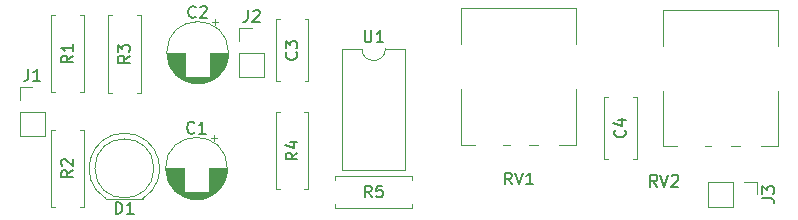
<source format=gbr>
%TF.GenerationSoftware,KiCad,Pcbnew,8.0.3*%
%TF.CreationDate,2024-07-24T13:51:14+03:00*%
%TF.ProjectId,TPA-1,5450412d-312e-46b6-9963-61645f706362,rev?*%
%TF.SameCoordinates,Original*%
%TF.FileFunction,Legend,Top*%
%TF.FilePolarity,Positive*%
%FSLAX46Y46*%
G04 Gerber Fmt 4.6, Leading zero omitted, Abs format (unit mm)*
G04 Created by KiCad (PCBNEW 8.0.3) date 2024-07-24 13:51:14*
%MOMM*%
%LPD*%
G01*
G04 APERTURE LIST*
%ADD10C,0.150000*%
%ADD11C,0.120000*%
G04 APERTURE END LIST*
D10*
X127914819Y-124033333D02*
X128629104Y-124033333D01*
X128629104Y-124033333D02*
X128771961Y-124080952D01*
X128771961Y-124080952D02*
X128867200Y-124176190D01*
X128867200Y-124176190D02*
X128914819Y-124319047D01*
X128914819Y-124319047D02*
X128914819Y-124414285D01*
X127914819Y-123652380D02*
X127914819Y-123033333D01*
X127914819Y-123033333D02*
X128295771Y-123366666D01*
X128295771Y-123366666D02*
X128295771Y-123223809D01*
X128295771Y-123223809D02*
X128343390Y-123128571D01*
X128343390Y-123128571D02*
X128391009Y-123080952D01*
X128391009Y-123080952D02*
X128486247Y-123033333D01*
X128486247Y-123033333D02*
X128724342Y-123033333D01*
X128724342Y-123033333D02*
X128819580Y-123080952D01*
X128819580Y-123080952D02*
X128867200Y-123128571D01*
X128867200Y-123128571D02*
X128914819Y-123223809D01*
X128914819Y-123223809D02*
X128914819Y-123509523D01*
X128914819Y-123509523D02*
X128867200Y-123604761D01*
X128867200Y-123604761D02*
X128819580Y-123652380D01*
X79933333Y-108659580D02*
X79885714Y-108707200D01*
X79885714Y-108707200D02*
X79742857Y-108754819D01*
X79742857Y-108754819D02*
X79647619Y-108754819D01*
X79647619Y-108754819D02*
X79504762Y-108707200D01*
X79504762Y-108707200D02*
X79409524Y-108611961D01*
X79409524Y-108611961D02*
X79361905Y-108516723D01*
X79361905Y-108516723D02*
X79314286Y-108326247D01*
X79314286Y-108326247D02*
X79314286Y-108183390D01*
X79314286Y-108183390D02*
X79361905Y-107992914D01*
X79361905Y-107992914D02*
X79409524Y-107897676D01*
X79409524Y-107897676D02*
X79504762Y-107802438D01*
X79504762Y-107802438D02*
X79647619Y-107754819D01*
X79647619Y-107754819D02*
X79742857Y-107754819D01*
X79742857Y-107754819D02*
X79885714Y-107802438D01*
X79885714Y-107802438D02*
X79933333Y-107850057D01*
X80314286Y-107850057D02*
X80361905Y-107802438D01*
X80361905Y-107802438D02*
X80457143Y-107754819D01*
X80457143Y-107754819D02*
X80695238Y-107754819D01*
X80695238Y-107754819D02*
X80790476Y-107802438D01*
X80790476Y-107802438D02*
X80838095Y-107850057D01*
X80838095Y-107850057D02*
X80885714Y-107945295D01*
X80885714Y-107945295D02*
X80885714Y-108040533D01*
X80885714Y-108040533D02*
X80838095Y-108183390D01*
X80838095Y-108183390D02*
X80266667Y-108754819D01*
X80266667Y-108754819D02*
X80885714Y-108754819D01*
X106704761Y-122854819D02*
X106371428Y-122378628D01*
X106133333Y-122854819D02*
X106133333Y-121854819D01*
X106133333Y-121854819D02*
X106514285Y-121854819D01*
X106514285Y-121854819D02*
X106609523Y-121902438D01*
X106609523Y-121902438D02*
X106657142Y-121950057D01*
X106657142Y-121950057D02*
X106704761Y-122045295D01*
X106704761Y-122045295D02*
X106704761Y-122188152D01*
X106704761Y-122188152D02*
X106657142Y-122283390D01*
X106657142Y-122283390D02*
X106609523Y-122331009D01*
X106609523Y-122331009D02*
X106514285Y-122378628D01*
X106514285Y-122378628D02*
X106133333Y-122378628D01*
X106990476Y-121854819D02*
X107323809Y-122854819D01*
X107323809Y-122854819D02*
X107657142Y-121854819D01*
X108514285Y-122854819D02*
X107942857Y-122854819D01*
X108228571Y-122854819D02*
X108228571Y-121854819D01*
X108228571Y-121854819D02*
X108133333Y-121997676D01*
X108133333Y-121997676D02*
X108038095Y-122092914D01*
X108038095Y-122092914D02*
X107942857Y-122140533D01*
X94833333Y-123954819D02*
X94500000Y-123478628D01*
X94261905Y-123954819D02*
X94261905Y-122954819D01*
X94261905Y-122954819D02*
X94642857Y-122954819D01*
X94642857Y-122954819D02*
X94738095Y-123002438D01*
X94738095Y-123002438D02*
X94785714Y-123050057D01*
X94785714Y-123050057D02*
X94833333Y-123145295D01*
X94833333Y-123145295D02*
X94833333Y-123288152D01*
X94833333Y-123288152D02*
X94785714Y-123383390D01*
X94785714Y-123383390D02*
X94738095Y-123431009D01*
X94738095Y-123431009D02*
X94642857Y-123478628D01*
X94642857Y-123478628D02*
X94261905Y-123478628D01*
X95738095Y-122954819D02*
X95261905Y-122954819D01*
X95261905Y-122954819D02*
X95214286Y-123431009D01*
X95214286Y-123431009D02*
X95261905Y-123383390D01*
X95261905Y-123383390D02*
X95357143Y-123335771D01*
X95357143Y-123335771D02*
X95595238Y-123335771D01*
X95595238Y-123335771D02*
X95690476Y-123383390D01*
X95690476Y-123383390D02*
X95738095Y-123431009D01*
X95738095Y-123431009D02*
X95785714Y-123526247D01*
X95785714Y-123526247D02*
X95785714Y-123764342D01*
X95785714Y-123764342D02*
X95738095Y-123859580D01*
X95738095Y-123859580D02*
X95690476Y-123907200D01*
X95690476Y-123907200D02*
X95595238Y-123954819D01*
X95595238Y-123954819D02*
X95357143Y-123954819D01*
X95357143Y-123954819D02*
X95261905Y-123907200D01*
X95261905Y-123907200D02*
X95214286Y-123859580D01*
X116259580Y-118266666D02*
X116307200Y-118314285D01*
X116307200Y-118314285D02*
X116354819Y-118457142D01*
X116354819Y-118457142D02*
X116354819Y-118552380D01*
X116354819Y-118552380D02*
X116307200Y-118695237D01*
X116307200Y-118695237D02*
X116211961Y-118790475D01*
X116211961Y-118790475D02*
X116116723Y-118838094D01*
X116116723Y-118838094D02*
X115926247Y-118885713D01*
X115926247Y-118885713D02*
X115783390Y-118885713D01*
X115783390Y-118885713D02*
X115592914Y-118838094D01*
X115592914Y-118838094D02*
X115497676Y-118790475D01*
X115497676Y-118790475D02*
X115402438Y-118695237D01*
X115402438Y-118695237D02*
X115354819Y-118552380D01*
X115354819Y-118552380D02*
X115354819Y-118457142D01*
X115354819Y-118457142D02*
X115402438Y-118314285D01*
X115402438Y-118314285D02*
X115450057Y-118266666D01*
X115688152Y-117409523D02*
X116354819Y-117409523D01*
X115307200Y-117647618D02*
X116021485Y-117885713D01*
X116021485Y-117885713D02*
X116021485Y-117266666D01*
X84366666Y-108094819D02*
X84366666Y-108809104D01*
X84366666Y-108809104D02*
X84319047Y-108951961D01*
X84319047Y-108951961D02*
X84223809Y-109047200D01*
X84223809Y-109047200D02*
X84080952Y-109094819D01*
X84080952Y-109094819D02*
X83985714Y-109094819D01*
X84795238Y-108190057D02*
X84842857Y-108142438D01*
X84842857Y-108142438D02*
X84938095Y-108094819D01*
X84938095Y-108094819D02*
X85176190Y-108094819D01*
X85176190Y-108094819D02*
X85271428Y-108142438D01*
X85271428Y-108142438D02*
X85319047Y-108190057D01*
X85319047Y-108190057D02*
X85366666Y-108285295D01*
X85366666Y-108285295D02*
X85366666Y-108380533D01*
X85366666Y-108380533D02*
X85319047Y-108523390D01*
X85319047Y-108523390D02*
X84747619Y-109094819D01*
X84747619Y-109094819D02*
X85366666Y-109094819D01*
X88554819Y-120166666D02*
X88078628Y-120499999D01*
X88554819Y-120738094D02*
X87554819Y-120738094D01*
X87554819Y-120738094D02*
X87554819Y-120357142D01*
X87554819Y-120357142D02*
X87602438Y-120261904D01*
X87602438Y-120261904D02*
X87650057Y-120214285D01*
X87650057Y-120214285D02*
X87745295Y-120166666D01*
X87745295Y-120166666D02*
X87888152Y-120166666D01*
X87888152Y-120166666D02*
X87983390Y-120214285D01*
X87983390Y-120214285D02*
X88031009Y-120261904D01*
X88031009Y-120261904D02*
X88078628Y-120357142D01*
X88078628Y-120357142D02*
X88078628Y-120738094D01*
X87888152Y-119309523D02*
X88554819Y-119309523D01*
X87507200Y-119547618D02*
X88221485Y-119785713D01*
X88221485Y-119785713D02*
X88221485Y-119166666D01*
X69554819Y-111956666D02*
X69078628Y-112289999D01*
X69554819Y-112528094D02*
X68554819Y-112528094D01*
X68554819Y-112528094D02*
X68554819Y-112147142D01*
X68554819Y-112147142D02*
X68602438Y-112051904D01*
X68602438Y-112051904D02*
X68650057Y-112004285D01*
X68650057Y-112004285D02*
X68745295Y-111956666D01*
X68745295Y-111956666D02*
X68888152Y-111956666D01*
X68888152Y-111956666D02*
X68983390Y-112004285D01*
X68983390Y-112004285D02*
X69031009Y-112051904D01*
X69031009Y-112051904D02*
X69078628Y-112147142D01*
X69078628Y-112147142D02*
X69078628Y-112528094D01*
X69554819Y-111004285D02*
X69554819Y-111575713D01*
X69554819Y-111289999D02*
X68554819Y-111289999D01*
X68554819Y-111289999D02*
X68697676Y-111385237D01*
X68697676Y-111385237D02*
X68792914Y-111480475D01*
X68792914Y-111480475D02*
X68840533Y-111575713D01*
X69554819Y-121676666D02*
X69078628Y-122009999D01*
X69554819Y-122248094D02*
X68554819Y-122248094D01*
X68554819Y-122248094D02*
X68554819Y-121867142D01*
X68554819Y-121867142D02*
X68602438Y-121771904D01*
X68602438Y-121771904D02*
X68650057Y-121724285D01*
X68650057Y-121724285D02*
X68745295Y-121676666D01*
X68745295Y-121676666D02*
X68888152Y-121676666D01*
X68888152Y-121676666D02*
X68983390Y-121724285D01*
X68983390Y-121724285D02*
X69031009Y-121771904D01*
X69031009Y-121771904D02*
X69078628Y-121867142D01*
X69078628Y-121867142D02*
X69078628Y-122248094D01*
X68650057Y-121295713D02*
X68602438Y-121248094D01*
X68602438Y-121248094D02*
X68554819Y-121152856D01*
X68554819Y-121152856D02*
X68554819Y-120914761D01*
X68554819Y-120914761D02*
X68602438Y-120819523D01*
X68602438Y-120819523D02*
X68650057Y-120771904D01*
X68650057Y-120771904D02*
X68745295Y-120724285D01*
X68745295Y-120724285D02*
X68840533Y-120724285D01*
X68840533Y-120724285D02*
X68983390Y-120771904D01*
X68983390Y-120771904D02*
X69554819Y-121343332D01*
X69554819Y-121343332D02*
X69554819Y-120724285D01*
X74354819Y-111976666D02*
X73878628Y-112309999D01*
X74354819Y-112548094D02*
X73354819Y-112548094D01*
X73354819Y-112548094D02*
X73354819Y-112167142D01*
X73354819Y-112167142D02*
X73402438Y-112071904D01*
X73402438Y-112071904D02*
X73450057Y-112024285D01*
X73450057Y-112024285D02*
X73545295Y-111976666D01*
X73545295Y-111976666D02*
X73688152Y-111976666D01*
X73688152Y-111976666D02*
X73783390Y-112024285D01*
X73783390Y-112024285D02*
X73831009Y-112071904D01*
X73831009Y-112071904D02*
X73878628Y-112167142D01*
X73878628Y-112167142D02*
X73878628Y-112548094D01*
X73354819Y-111643332D02*
X73354819Y-111024285D01*
X73354819Y-111024285D02*
X73735771Y-111357618D01*
X73735771Y-111357618D02*
X73735771Y-111214761D01*
X73735771Y-111214761D02*
X73783390Y-111119523D01*
X73783390Y-111119523D02*
X73831009Y-111071904D01*
X73831009Y-111071904D02*
X73926247Y-111024285D01*
X73926247Y-111024285D02*
X74164342Y-111024285D01*
X74164342Y-111024285D02*
X74259580Y-111071904D01*
X74259580Y-111071904D02*
X74307200Y-111119523D01*
X74307200Y-111119523D02*
X74354819Y-111214761D01*
X74354819Y-111214761D02*
X74354819Y-111500475D01*
X74354819Y-111500475D02*
X74307200Y-111595713D01*
X74307200Y-111595713D02*
X74259580Y-111643332D01*
X65766666Y-113094819D02*
X65766666Y-113809104D01*
X65766666Y-113809104D02*
X65719047Y-113951961D01*
X65719047Y-113951961D02*
X65623809Y-114047200D01*
X65623809Y-114047200D02*
X65480952Y-114094819D01*
X65480952Y-114094819D02*
X65385714Y-114094819D01*
X66766666Y-114094819D02*
X66195238Y-114094819D01*
X66480952Y-114094819D02*
X66480952Y-113094819D01*
X66480952Y-113094819D02*
X66385714Y-113237676D01*
X66385714Y-113237676D02*
X66290476Y-113332914D01*
X66290476Y-113332914D02*
X66195238Y-113380533D01*
X88459580Y-111666666D02*
X88507200Y-111714285D01*
X88507200Y-111714285D02*
X88554819Y-111857142D01*
X88554819Y-111857142D02*
X88554819Y-111952380D01*
X88554819Y-111952380D02*
X88507200Y-112095237D01*
X88507200Y-112095237D02*
X88411961Y-112190475D01*
X88411961Y-112190475D02*
X88316723Y-112238094D01*
X88316723Y-112238094D02*
X88126247Y-112285713D01*
X88126247Y-112285713D02*
X87983390Y-112285713D01*
X87983390Y-112285713D02*
X87792914Y-112238094D01*
X87792914Y-112238094D02*
X87697676Y-112190475D01*
X87697676Y-112190475D02*
X87602438Y-112095237D01*
X87602438Y-112095237D02*
X87554819Y-111952380D01*
X87554819Y-111952380D02*
X87554819Y-111857142D01*
X87554819Y-111857142D02*
X87602438Y-111714285D01*
X87602438Y-111714285D02*
X87650057Y-111666666D01*
X87554819Y-111333332D02*
X87554819Y-110714285D01*
X87554819Y-110714285D02*
X87935771Y-111047618D01*
X87935771Y-111047618D02*
X87935771Y-110904761D01*
X87935771Y-110904761D02*
X87983390Y-110809523D01*
X87983390Y-110809523D02*
X88031009Y-110761904D01*
X88031009Y-110761904D02*
X88126247Y-110714285D01*
X88126247Y-110714285D02*
X88364342Y-110714285D01*
X88364342Y-110714285D02*
X88459580Y-110761904D01*
X88459580Y-110761904D02*
X88507200Y-110809523D01*
X88507200Y-110809523D02*
X88554819Y-110904761D01*
X88554819Y-110904761D02*
X88554819Y-111190475D01*
X88554819Y-111190475D02*
X88507200Y-111285713D01*
X88507200Y-111285713D02*
X88459580Y-111333332D01*
X94248095Y-109824819D02*
X94248095Y-110634342D01*
X94248095Y-110634342D02*
X94295714Y-110729580D01*
X94295714Y-110729580D02*
X94343333Y-110777200D01*
X94343333Y-110777200D02*
X94438571Y-110824819D01*
X94438571Y-110824819D02*
X94629047Y-110824819D01*
X94629047Y-110824819D02*
X94724285Y-110777200D01*
X94724285Y-110777200D02*
X94771904Y-110729580D01*
X94771904Y-110729580D02*
X94819523Y-110634342D01*
X94819523Y-110634342D02*
X94819523Y-109824819D01*
X95819523Y-110824819D02*
X95248095Y-110824819D01*
X95533809Y-110824819D02*
X95533809Y-109824819D01*
X95533809Y-109824819D02*
X95438571Y-109967676D01*
X95438571Y-109967676D02*
X95343333Y-110062914D01*
X95343333Y-110062914D02*
X95248095Y-110110533D01*
X73161905Y-125354819D02*
X73161905Y-124354819D01*
X73161905Y-124354819D02*
X73400000Y-124354819D01*
X73400000Y-124354819D02*
X73542857Y-124402438D01*
X73542857Y-124402438D02*
X73638095Y-124497676D01*
X73638095Y-124497676D02*
X73685714Y-124592914D01*
X73685714Y-124592914D02*
X73733333Y-124783390D01*
X73733333Y-124783390D02*
X73733333Y-124926247D01*
X73733333Y-124926247D02*
X73685714Y-125116723D01*
X73685714Y-125116723D02*
X73638095Y-125211961D01*
X73638095Y-125211961D02*
X73542857Y-125307200D01*
X73542857Y-125307200D02*
X73400000Y-125354819D01*
X73400000Y-125354819D02*
X73161905Y-125354819D01*
X74685714Y-125354819D02*
X74114286Y-125354819D01*
X74400000Y-125354819D02*
X74400000Y-124354819D01*
X74400000Y-124354819D02*
X74304762Y-124497676D01*
X74304762Y-124497676D02*
X74209524Y-124592914D01*
X74209524Y-124592914D02*
X74114286Y-124640533D01*
X119004761Y-123054819D02*
X118671428Y-122578628D01*
X118433333Y-123054819D02*
X118433333Y-122054819D01*
X118433333Y-122054819D02*
X118814285Y-122054819D01*
X118814285Y-122054819D02*
X118909523Y-122102438D01*
X118909523Y-122102438D02*
X118957142Y-122150057D01*
X118957142Y-122150057D02*
X119004761Y-122245295D01*
X119004761Y-122245295D02*
X119004761Y-122388152D01*
X119004761Y-122388152D02*
X118957142Y-122483390D01*
X118957142Y-122483390D02*
X118909523Y-122531009D01*
X118909523Y-122531009D02*
X118814285Y-122578628D01*
X118814285Y-122578628D02*
X118433333Y-122578628D01*
X119290476Y-122054819D02*
X119623809Y-123054819D01*
X119623809Y-123054819D02*
X119957142Y-122054819D01*
X120242857Y-122150057D02*
X120290476Y-122102438D01*
X120290476Y-122102438D02*
X120385714Y-122054819D01*
X120385714Y-122054819D02*
X120623809Y-122054819D01*
X120623809Y-122054819D02*
X120719047Y-122102438D01*
X120719047Y-122102438D02*
X120766666Y-122150057D01*
X120766666Y-122150057D02*
X120814285Y-122245295D01*
X120814285Y-122245295D02*
X120814285Y-122340533D01*
X120814285Y-122340533D02*
X120766666Y-122483390D01*
X120766666Y-122483390D02*
X120195238Y-123054819D01*
X120195238Y-123054819D02*
X120814285Y-123054819D01*
X79833333Y-118459580D02*
X79785714Y-118507200D01*
X79785714Y-118507200D02*
X79642857Y-118554819D01*
X79642857Y-118554819D02*
X79547619Y-118554819D01*
X79547619Y-118554819D02*
X79404762Y-118507200D01*
X79404762Y-118507200D02*
X79309524Y-118411961D01*
X79309524Y-118411961D02*
X79261905Y-118316723D01*
X79261905Y-118316723D02*
X79214286Y-118126247D01*
X79214286Y-118126247D02*
X79214286Y-117983390D01*
X79214286Y-117983390D02*
X79261905Y-117792914D01*
X79261905Y-117792914D02*
X79309524Y-117697676D01*
X79309524Y-117697676D02*
X79404762Y-117602438D01*
X79404762Y-117602438D02*
X79547619Y-117554819D01*
X79547619Y-117554819D02*
X79642857Y-117554819D01*
X79642857Y-117554819D02*
X79785714Y-117602438D01*
X79785714Y-117602438D02*
X79833333Y-117650057D01*
X80785714Y-118554819D02*
X80214286Y-118554819D01*
X80500000Y-118554819D02*
X80500000Y-117554819D01*
X80500000Y-117554819D02*
X80404762Y-117697676D01*
X80404762Y-117697676D02*
X80309524Y-117792914D01*
X80309524Y-117792914D02*
X80214286Y-117840533D01*
D11*
%TO.C,J3*%
X123340000Y-122640000D02*
X123340000Y-124760000D01*
X125400000Y-122640000D02*
X123340000Y-122640000D01*
X125400000Y-122640000D02*
X125400000Y-124760000D01*
X125400000Y-124760000D02*
X123340000Y-124760000D01*
X126400000Y-122640000D02*
X127460000Y-122640000D01*
X127460000Y-122640000D02*
X127460000Y-123700000D01*
%TO.C,C2*%
X79060000Y-111700000D02*
X77520000Y-111700000D01*
X79060000Y-111740000D02*
X77520000Y-111740000D01*
X79060000Y-111780000D02*
X77521000Y-111780000D01*
X79060000Y-111820000D02*
X77522000Y-111820000D01*
X79060000Y-111860000D02*
X77524000Y-111860000D01*
X79060000Y-111900000D02*
X77527000Y-111900000D01*
X79060000Y-111940000D02*
X77531000Y-111940000D01*
X79060000Y-111980000D02*
X77535000Y-111980000D01*
X79060000Y-112020000D02*
X77539000Y-112020000D01*
X79060000Y-112060000D02*
X77544000Y-112060000D01*
X79060000Y-112100000D02*
X77550000Y-112100000D01*
X79060000Y-112140000D02*
X77557000Y-112140000D01*
X79060000Y-112180000D02*
X77564000Y-112180000D01*
X79060000Y-112220000D02*
X77572000Y-112220000D01*
X79060000Y-112260000D02*
X77580000Y-112260000D01*
X79060000Y-112300000D02*
X77589000Y-112300000D01*
X79060000Y-112340000D02*
X77599000Y-112340000D01*
X79060000Y-112380000D02*
X77609000Y-112380000D01*
X79060000Y-112421000D02*
X77620000Y-112421000D01*
X79060000Y-112461000D02*
X77632000Y-112461000D01*
X79060000Y-112501000D02*
X77645000Y-112501000D01*
X79060000Y-112541000D02*
X77658000Y-112541000D01*
X79060000Y-112581000D02*
X77672000Y-112581000D01*
X79060000Y-112621000D02*
X77686000Y-112621000D01*
X79060000Y-112661000D02*
X77702000Y-112661000D01*
X79060000Y-112701000D02*
X77718000Y-112701000D01*
X79060000Y-112741000D02*
X77735000Y-112741000D01*
X79060000Y-112781000D02*
X77752000Y-112781000D01*
X79060000Y-112821000D02*
X77771000Y-112821000D01*
X79060000Y-112861000D02*
X77790000Y-112861000D01*
X79060000Y-112901000D02*
X77810000Y-112901000D01*
X79060000Y-112941000D02*
X77832000Y-112941000D01*
X79060000Y-112981000D02*
X77853000Y-112981000D01*
X79060000Y-113021000D02*
X77876000Y-113021000D01*
X79060000Y-113061000D02*
X77900000Y-113061000D01*
X79060000Y-113101000D02*
X77925000Y-113101000D01*
X79060000Y-113141000D02*
X77951000Y-113141000D01*
X79060000Y-113181000D02*
X77978000Y-113181000D01*
X79060000Y-113221000D02*
X78005000Y-113221000D01*
X79060000Y-113261000D02*
X78035000Y-113261000D01*
X79060000Y-113301000D02*
X78065000Y-113301000D01*
X79060000Y-113341000D02*
X78096000Y-113341000D01*
X79060000Y-113381000D02*
X78129000Y-113381000D01*
X79060000Y-113421000D02*
X78163000Y-113421000D01*
X79060000Y-113461000D02*
X78199000Y-113461000D01*
X79060000Y-113501000D02*
X78236000Y-113501000D01*
X79060000Y-113541000D02*
X78274000Y-113541000D01*
X79060000Y-113581000D02*
X78315000Y-113581000D01*
X79060000Y-113621000D02*
X78357000Y-113621000D01*
X79060000Y-113661000D02*
X78401000Y-113661000D01*
X79060000Y-113701000D02*
X78447000Y-113701000D01*
X80384000Y-114301000D02*
X79816000Y-114301000D01*
X80618000Y-114261000D02*
X79582000Y-114261000D01*
X80777000Y-114221000D02*
X79423000Y-114221000D01*
X80905000Y-114181000D02*
X79295000Y-114181000D01*
X81015000Y-114141000D02*
X79185000Y-114141000D01*
X81111000Y-114101000D02*
X79089000Y-114101000D01*
X81198000Y-114061000D02*
X79002000Y-114061000D01*
X81278000Y-114021000D02*
X78922000Y-114021000D01*
X81351000Y-113981000D02*
X78849000Y-113981000D01*
X81419000Y-113941000D02*
X78781000Y-113941000D01*
X81483000Y-113901000D02*
X78717000Y-113901000D01*
X81543000Y-113861000D02*
X78657000Y-113861000D01*
X81575000Y-108895225D02*
X81575000Y-109395225D01*
X81600000Y-113821000D02*
X78600000Y-113821000D01*
X81654000Y-113781000D02*
X78546000Y-113781000D01*
X81705000Y-113741000D02*
X78495000Y-113741000D01*
X81753000Y-113701000D02*
X81140000Y-113701000D01*
X81799000Y-113661000D02*
X81140000Y-113661000D01*
X81825000Y-109145225D02*
X81325000Y-109145225D01*
X81843000Y-113621000D02*
X81140000Y-113621000D01*
X81885000Y-113581000D02*
X81140000Y-113581000D01*
X81926000Y-113541000D02*
X81140000Y-113541000D01*
X81964000Y-113501000D02*
X81140000Y-113501000D01*
X82001000Y-113461000D02*
X81140000Y-113461000D01*
X82037000Y-113421000D02*
X81140000Y-113421000D01*
X82071000Y-113381000D02*
X81140000Y-113381000D01*
X82104000Y-113341000D02*
X81140000Y-113341000D01*
X82135000Y-113301000D02*
X81140000Y-113301000D01*
X82165000Y-113261000D02*
X81140000Y-113261000D01*
X82195000Y-113221000D02*
X81140000Y-113221000D01*
X82222000Y-113181000D02*
X81140000Y-113181000D01*
X82249000Y-113141000D02*
X81140000Y-113141000D01*
X82275000Y-113101000D02*
X81140000Y-113101000D01*
X82300000Y-113061000D02*
X81140000Y-113061000D01*
X82324000Y-113021000D02*
X81140000Y-113021000D01*
X82347000Y-112981000D02*
X81140000Y-112981000D01*
X82368000Y-112941000D02*
X81140000Y-112941000D01*
X82390000Y-112901000D02*
X81140000Y-112901000D01*
X82410000Y-112861000D02*
X81140000Y-112861000D01*
X82429000Y-112821000D02*
X81140000Y-112821000D01*
X82448000Y-112781000D02*
X81140000Y-112781000D01*
X82465000Y-112741000D02*
X81140000Y-112741000D01*
X82482000Y-112701000D02*
X81140000Y-112701000D01*
X82498000Y-112661000D02*
X81140000Y-112661000D01*
X82514000Y-112621000D02*
X81140000Y-112621000D01*
X82528000Y-112581000D02*
X81140000Y-112581000D01*
X82542000Y-112541000D02*
X81140000Y-112541000D01*
X82555000Y-112501000D02*
X81140000Y-112501000D01*
X82568000Y-112461000D02*
X81140000Y-112461000D01*
X82580000Y-112421000D02*
X81140000Y-112421000D01*
X82591000Y-112380000D02*
X81140000Y-112380000D01*
X82601000Y-112340000D02*
X81140000Y-112340000D01*
X82611000Y-112300000D02*
X81140000Y-112300000D01*
X82620000Y-112260000D02*
X81140000Y-112260000D01*
X82628000Y-112220000D02*
X81140000Y-112220000D01*
X82636000Y-112180000D02*
X81140000Y-112180000D01*
X82643000Y-112140000D02*
X81140000Y-112140000D01*
X82650000Y-112100000D02*
X81140000Y-112100000D01*
X82656000Y-112060000D02*
X81140000Y-112060000D01*
X82661000Y-112020000D02*
X81140000Y-112020000D01*
X82665000Y-111980000D02*
X81140000Y-111980000D01*
X82669000Y-111940000D02*
X81140000Y-111940000D01*
X82673000Y-111900000D02*
X81140000Y-111900000D01*
X82676000Y-111860000D02*
X81140000Y-111860000D01*
X82678000Y-111820000D02*
X81140000Y-111820000D01*
X82679000Y-111780000D02*
X81140000Y-111780000D01*
X82680000Y-111700000D02*
X81140000Y-111700000D01*
X82680000Y-111740000D02*
X81140000Y-111740000D01*
X82720000Y-111700000D02*
G75*
G02*
X77480000Y-111700000I-2620000J0D01*
G01*
X77480000Y-111700000D02*
G75*
G02*
X82720000Y-111700000I2620000J0D01*
G01*
%TO.C,RV1*%
X102420000Y-119545000D02*
X102420000Y-114825000D01*
X102430000Y-111015000D02*
X102430000Y-107955000D01*
X103610000Y-119545000D02*
X102430000Y-119545000D01*
X106510000Y-119545000D02*
X105980000Y-119545000D01*
X108960000Y-119545000D02*
X108130000Y-119545000D01*
X112170000Y-107955000D02*
X102430000Y-107955000D01*
X112170000Y-111015000D02*
X112170000Y-107955000D01*
X112170000Y-119545000D02*
X110680000Y-119545000D01*
X112170000Y-119545000D02*
X112170000Y-114825000D01*
%TO.C,R5*%
X91730000Y-122130000D02*
X91730000Y-122460000D01*
X91730000Y-124870000D02*
X91730000Y-124540000D01*
X98270000Y-122130000D02*
X91730000Y-122130000D01*
X98270000Y-122460000D02*
X98270000Y-122130000D01*
X98270000Y-124540000D02*
X98270000Y-124870000D01*
X98270000Y-124870000D02*
X91730000Y-124870000D01*
%TO.C,C4*%
X114530000Y-115480000D02*
X114845000Y-115480000D01*
X114530000Y-120720000D02*
X114530000Y-115480000D01*
X114530000Y-120720000D02*
X114845000Y-120720000D01*
X116955000Y-115480000D02*
X117270000Y-115480000D01*
X116955000Y-120720000D02*
X117270000Y-120720000D01*
X117270000Y-120720000D02*
X117270000Y-115480000D01*
%TO.C,J2*%
X83640000Y-109640000D02*
X84700000Y-109640000D01*
X83640000Y-110700000D02*
X83640000Y-109640000D01*
X83640000Y-111700000D02*
X83640000Y-113760000D01*
X83640000Y-111700000D02*
X85760000Y-111700000D01*
X83640000Y-113760000D02*
X85760000Y-113760000D01*
X85760000Y-111700000D02*
X85760000Y-113760000D01*
%TO.C,R4*%
X86730000Y-116730000D02*
X86730000Y-123270000D01*
X86730000Y-123270000D02*
X87060000Y-123270000D01*
X87060000Y-116730000D02*
X86730000Y-116730000D01*
X89140000Y-116730000D02*
X89470000Y-116730000D01*
X89470000Y-116730000D02*
X89470000Y-123270000D01*
X89470000Y-123270000D02*
X89140000Y-123270000D01*
%TO.C,R1*%
X67730000Y-108520000D02*
X67730000Y-115060000D01*
X67730000Y-115060000D02*
X68060000Y-115060000D01*
X68060000Y-108520000D02*
X67730000Y-108520000D01*
X70140000Y-108520000D02*
X70470000Y-108520000D01*
X70470000Y-108520000D02*
X70470000Y-115060000D01*
X70470000Y-115060000D02*
X70140000Y-115060000D01*
%TO.C,R2*%
X67730000Y-118240000D02*
X67730000Y-124780000D01*
X67730000Y-124780000D02*
X68060000Y-124780000D01*
X68060000Y-118240000D02*
X67730000Y-118240000D01*
X70140000Y-118240000D02*
X70470000Y-118240000D01*
X70470000Y-118240000D02*
X70470000Y-124780000D01*
X70470000Y-124780000D02*
X70140000Y-124780000D01*
%TO.C,R3*%
X72530000Y-108540000D02*
X72530000Y-115080000D01*
X72530000Y-115080000D02*
X72860000Y-115080000D01*
X72860000Y-108540000D02*
X72530000Y-108540000D01*
X74940000Y-108540000D02*
X75270000Y-108540000D01*
X75270000Y-108540000D02*
X75270000Y-115080000D01*
X75270000Y-115080000D02*
X74940000Y-115080000D01*
%TO.C,J1*%
X65040000Y-114640000D02*
X66100000Y-114640000D01*
X65040000Y-115700000D02*
X65040000Y-114640000D01*
X65040000Y-116700000D02*
X65040000Y-118760000D01*
X65040000Y-116700000D02*
X67160000Y-116700000D01*
X65040000Y-118760000D02*
X67160000Y-118760000D01*
X67160000Y-116700000D02*
X67160000Y-118760000D01*
%TO.C,C3*%
X86730000Y-108880000D02*
X86730000Y-114120000D01*
X87045000Y-108880000D02*
X86730000Y-108880000D01*
X87045000Y-114120000D02*
X86730000Y-114120000D01*
X89470000Y-108880000D02*
X89155000Y-108880000D01*
X89470000Y-108880000D02*
X89470000Y-114120000D01*
X89470000Y-114120000D02*
X89155000Y-114120000D01*
%TO.C,U1*%
X92360000Y-111370000D02*
X92360000Y-121650000D01*
X92360000Y-121650000D02*
X97660000Y-121650000D01*
X94010000Y-111370000D02*
X92360000Y-111370000D01*
X97660000Y-111370000D02*
X96010000Y-111370000D01*
X97660000Y-121650000D02*
X97660000Y-111370000D01*
X96010000Y-111370000D02*
G75*
G02*
X94010000Y-111370000I-1000000J0D01*
G01*
%TO.C,D1*%
X72355000Y-124065000D02*
X75445000Y-124065000D01*
X72355170Y-124065000D02*
G75*
G02*
X73900462Y-118515000I1544830J2560000D01*
G01*
X73899538Y-118515000D02*
G75*
G02*
X75444830Y-124065000I462J-2990000D01*
G01*
X76400000Y-121505000D02*
G75*
G02*
X71400000Y-121505000I-2500000J0D01*
G01*
X71400000Y-121505000D02*
G75*
G02*
X76400000Y-121505000I2500000J0D01*
G01*
%TO.C,RV2*%
X119520000Y-119645000D02*
X119520000Y-114925000D01*
X119530000Y-111115000D02*
X119530000Y-108055000D01*
X120710000Y-119645000D02*
X119530000Y-119645000D01*
X123610000Y-119645000D02*
X123080000Y-119645000D01*
X126060000Y-119645000D02*
X125230000Y-119645000D01*
X129270000Y-108055000D02*
X119530000Y-108055000D01*
X129270000Y-111115000D02*
X129270000Y-108055000D01*
X129270000Y-119645000D02*
X127780000Y-119645000D01*
X129270000Y-119645000D02*
X129270000Y-114925000D01*
%TO.C,C1*%
X78960000Y-121500000D02*
X77420000Y-121500000D01*
X78960000Y-121540000D02*
X77420000Y-121540000D01*
X78960000Y-121580000D02*
X77421000Y-121580000D01*
X78960000Y-121620000D02*
X77422000Y-121620000D01*
X78960000Y-121660000D02*
X77424000Y-121660000D01*
X78960000Y-121700000D02*
X77427000Y-121700000D01*
X78960000Y-121740000D02*
X77431000Y-121740000D01*
X78960000Y-121780000D02*
X77435000Y-121780000D01*
X78960000Y-121820000D02*
X77439000Y-121820000D01*
X78960000Y-121860000D02*
X77444000Y-121860000D01*
X78960000Y-121900000D02*
X77450000Y-121900000D01*
X78960000Y-121940000D02*
X77457000Y-121940000D01*
X78960000Y-121980000D02*
X77464000Y-121980000D01*
X78960000Y-122020000D02*
X77472000Y-122020000D01*
X78960000Y-122060000D02*
X77480000Y-122060000D01*
X78960000Y-122100000D02*
X77489000Y-122100000D01*
X78960000Y-122140000D02*
X77499000Y-122140000D01*
X78960000Y-122180000D02*
X77509000Y-122180000D01*
X78960000Y-122221000D02*
X77520000Y-122221000D01*
X78960000Y-122261000D02*
X77532000Y-122261000D01*
X78960000Y-122301000D02*
X77545000Y-122301000D01*
X78960000Y-122341000D02*
X77558000Y-122341000D01*
X78960000Y-122381000D02*
X77572000Y-122381000D01*
X78960000Y-122421000D02*
X77586000Y-122421000D01*
X78960000Y-122461000D02*
X77602000Y-122461000D01*
X78960000Y-122501000D02*
X77618000Y-122501000D01*
X78960000Y-122541000D02*
X77635000Y-122541000D01*
X78960000Y-122581000D02*
X77652000Y-122581000D01*
X78960000Y-122621000D02*
X77671000Y-122621000D01*
X78960000Y-122661000D02*
X77690000Y-122661000D01*
X78960000Y-122701000D02*
X77710000Y-122701000D01*
X78960000Y-122741000D02*
X77732000Y-122741000D01*
X78960000Y-122781000D02*
X77753000Y-122781000D01*
X78960000Y-122821000D02*
X77776000Y-122821000D01*
X78960000Y-122861000D02*
X77800000Y-122861000D01*
X78960000Y-122901000D02*
X77825000Y-122901000D01*
X78960000Y-122941000D02*
X77851000Y-122941000D01*
X78960000Y-122981000D02*
X77878000Y-122981000D01*
X78960000Y-123021000D02*
X77905000Y-123021000D01*
X78960000Y-123061000D02*
X77935000Y-123061000D01*
X78960000Y-123101000D02*
X77965000Y-123101000D01*
X78960000Y-123141000D02*
X77996000Y-123141000D01*
X78960000Y-123181000D02*
X78029000Y-123181000D01*
X78960000Y-123221000D02*
X78063000Y-123221000D01*
X78960000Y-123261000D02*
X78099000Y-123261000D01*
X78960000Y-123301000D02*
X78136000Y-123301000D01*
X78960000Y-123341000D02*
X78174000Y-123341000D01*
X78960000Y-123381000D02*
X78215000Y-123381000D01*
X78960000Y-123421000D02*
X78257000Y-123421000D01*
X78960000Y-123461000D02*
X78301000Y-123461000D01*
X78960000Y-123501000D02*
X78347000Y-123501000D01*
X80284000Y-124101000D02*
X79716000Y-124101000D01*
X80518000Y-124061000D02*
X79482000Y-124061000D01*
X80677000Y-124021000D02*
X79323000Y-124021000D01*
X80805000Y-123981000D02*
X79195000Y-123981000D01*
X80915000Y-123941000D02*
X79085000Y-123941000D01*
X81011000Y-123901000D02*
X78989000Y-123901000D01*
X81098000Y-123861000D02*
X78902000Y-123861000D01*
X81178000Y-123821000D02*
X78822000Y-123821000D01*
X81251000Y-123781000D02*
X78749000Y-123781000D01*
X81319000Y-123741000D02*
X78681000Y-123741000D01*
X81383000Y-123701000D02*
X78617000Y-123701000D01*
X81443000Y-123661000D02*
X78557000Y-123661000D01*
X81475000Y-118695225D02*
X81475000Y-119195225D01*
X81500000Y-123621000D02*
X78500000Y-123621000D01*
X81554000Y-123581000D02*
X78446000Y-123581000D01*
X81605000Y-123541000D02*
X78395000Y-123541000D01*
X81653000Y-123501000D02*
X81040000Y-123501000D01*
X81699000Y-123461000D02*
X81040000Y-123461000D01*
X81725000Y-118945225D02*
X81225000Y-118945225D01*
X81743000Y-123421000D02*
X81040000Y-123421000D01*
X81785000Y-123381000D02*
X81040000Y-123381000D01*
X81826000Y-123341000D02*
X81040000Y-123341000D01*
X81864000Y-123301000D02*
X81040000Y-123301000D01*
X81901000Y-123261000D02*
X81040000Y-123261000D01*
X81937000Y-123221000D02*
X81040000Y-123221000D01*
X81971000Y-123181000D02*
X81040000Y-123181000D01*
X82004000Y-123141000D02*
X81040000Y-123141000D01*
X82035000Y-123101000D02*
X81040000Y-123101000D01*
X82065000Y-123061000D02*
X81040000Y-123061000D01*
X82095000Y-123021000D02*
X81040000Y-123021000D01*
X82122000Y-122981000D02*
X81040000Y-122981000D01*
X82149000Y-122941000D02*
X81040000Y-122941000D01*
X82175000Y-122901000D02*
X81040000Y-122901000D01*
X82200000Y-122861000D02*
X81040000Y-122861000D01*
X82224000Y-122821000D02*
X81040000Y-122821000D01*
X82247000Y-122781000D02*
X81040000Y-122781000D01*
X82268000Y-122741000D02*
X81040000Y-122741000D01*
X82290000Y-122701000D02*
X81040000Y-122701000D01*
X82310000Y-122661000D02*
X81040000Y-122661000D01*
X82329000Y-122621000D02*
X81040000Y-122621000D01*
X82348000Y-122581000D02*
X81040000Y-122581000D01*
X82365000Y-122541000D02*
X81040000Y-122541000D01*
X82382000Y-122501000D02*
X81040000Y-122501000D01*
X82398000Y-122461000D02*
X81040000Y-122461000D01*
X82414000Y-122421000D02*
X81040000Y-122421000D01*
X82428000Y-122381000D02*
X81040000Y-122381000D01*
X82442000Y-122341000D02*
X81040000Y-122341000D01*
X82455000Y-122301000D02*
X81040000Y-122301000D01*
X82468000Y-122261000D02*
X81040000Y-122261000D01*
X82480000Y-122221000D02*
X81040000Y-122221000D01*
X82491000Y-122180000D02*
X81040000Y-122180000D01*
X82501000Y-122140000D02*
X81040000Y-122140000D01*
X82511000Y-122100000D02*
X81040000Y-122100000D01*
X82520000Y-122060000D02*
X81040000Y-122060000D01*
X82528000Y-122020000D02*
X81040000Y-122020000D01*
X82536000Y-121980000D02*
X81040000Y-121980000D01*
X82543000Y-121940000D02*
X81040000Y-121940000D01*
X82550000Y-121900000D02*
X81040000Y-121900000D01*
X82556000Y-121860000D02*
X81040000Y-121860000D01*
X82561000Y-121820000D02*
X81040000Y-121820000D01*
X82565000Y-121780000D02*
X81040000Y-121780000D01*
X82569000Y-121740000D02*
X81040000Y-121740000D01*
X82573000Y-121700000D02*
X81040000Y-121700000D01*
X82576000Y-121660000D02*
X81040000Y-121660000D01*
X82578000Y-121620000D02*
X81040000Y-121620000D01*
X82579000Y-121580000D02*
X81040000Y-121580000D01*
X82580000Y-121500000D02*
X81040000Y-121500000D01*
X82580000Y-121540000D02*
X81040000Y-121540000D01*
X82620000Y-121500000D02*
G75*
G02*
X77380000Y-121500000I-2620000J0D01*
G01*
X77380000Y-121500000D02*
G75*
G02*
X82620000Y-121500000I2620000J0D01*
G01*
%TD*%
M02*

</source>
